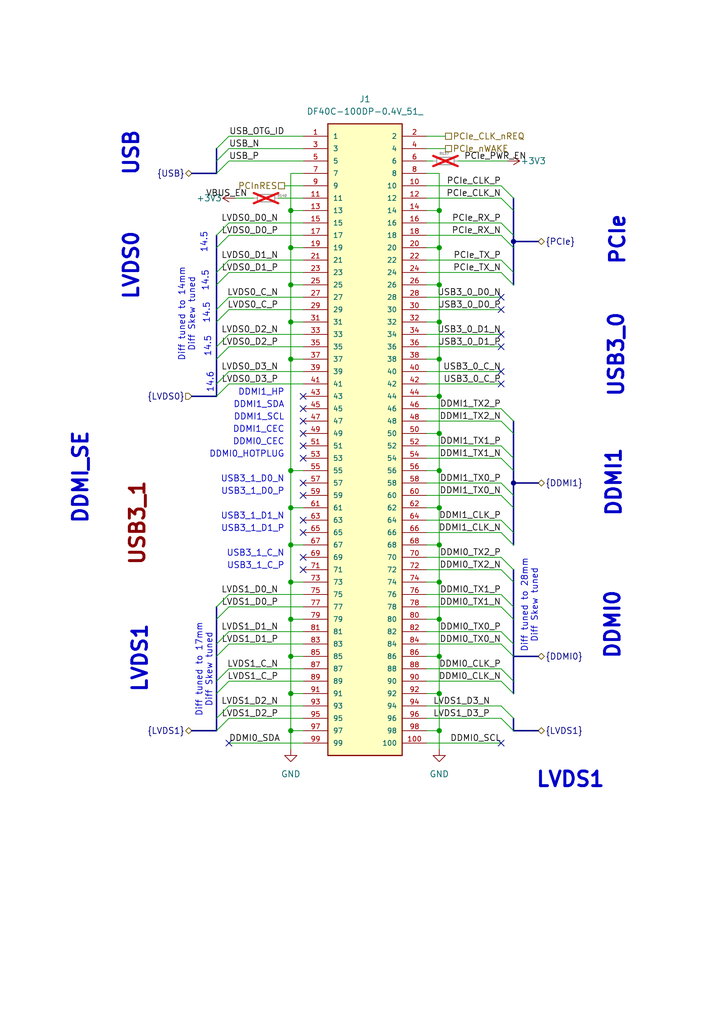
<source format=kicad_sch>
(kicad_sch (version 20250114) (generator "eeschema") (generator_version "9.0")
  (paper "A5" portrait)
  (title_block (title "${project_name}") (date "2025-06-24") (rev "${project_version}") (company "${project_creator}") (comment 1 "${project_license}"))
  (lib_symbols
    (symbol "+3V3_4" (power) (pin_numbers (hide yes)) (pin_names (offset 0) (hide yes))
      (property "Value" "+3V3" (at 0 3.556 0))
      (symbol "+3V3_4_0_1"
        (polyline (pts (xy -0.762 1.27) (xy 0 2.54)))
        (polyline (pts (xy 0 2.54) (xy 0.762 1.27)))
        (polyline (pts (xy 0 0) (xy 0 2.54)))
      )
      (symbol "+3V3_4_1_1"
        (pin power_in line (at 0 0 90) (length 0) (name "~") (number "1"))
      )
    )
    (symbol "DF40C-100DP-0.4V_51_:DF40C-100DP-0.4V_51_" (pin_names (offset 1.016))
      (property "Reference" "J" (at -7.62 64.262 0))
      (property "Value" "DF40C-100DP-0.4V_51_" (at -11.43 -67.31 0))
      (symbol "DF40C-100DP-0.4V_51__0_0"
        (rectangle (start -7.62 63.5) (end 7.62 -66.04) (stroke (width 0.254)) (fill (type background)))
        (pin passive line (at -12.7 60.96 0) (length 5.08) (name "1") (number "1"))
        (pin passive line (at -12.7 58.42 0) (length 5.08) (name "3") (number "3"))
        (pin passive line (at -12.7 55.88 0) (length 5.08) (name "5") (number "5"))
        (pin passive line (at -12.7 53.34 0) (length 5.08) (name "7") (number "7"))
        (pin passive line (at -12.7 50.8 0) (length 5.08) (name "9") (number "9"))
        (pin passive line (at -12.7 48.26 0) (length 5.08) (name "11") (number "11"))
        (pin passive line (at -12.7 45.72 0) (length 5.08) (name "13") (number "13"))
        (pin passive line (at -12.7 43.18 0) (length 5.08) (name "15") (number "15"))
        (pin passive line (at -12.7 40.64 0) (length 5.08) (name "17") (number "17"))
        (pin passive line (at -12.7 38.1 0) (length 5.08) (name "19") (number "19"))
        (pin passive line (at -12.7 35.56 0) (length 5.08) (name "21") (number "21"))
        (pin passive line (at -12.7 33.02 0) (length 5.08) (name "23") (number "23"))
        (pin passive line (at -12.7 30.48 0) (length 5.08) (name "25") (number "25"))
        (pin passive line (at -12.7 27.94 0) (length 5.08) (name "27") (number "27"))
        (pin passive line (at -12.7 25.4 0) (length 5.08) (name "29") (number "29"))
        (pin passive line (at -12.7 22.86 0) (length 5.08) (name "31") (number "31"))
        (pin passive line (at -12.7 20.32 0) (length 5.08) (name "33") (number "33"))
        (pin passive line (at -12.7 17.78 0) (length 5.08) (name "35") (number "35"))
        (pin passive line (at -12.7 15.24 0) (length 5.08) (name "37") (number "37"))
        (pin passive line (at -12.7 12.7 0) (length 5.08) (name "39") (number "39"))
        (pin passive line (at -12.7 10.16 0) (length 5.08) (name "41") (number "41"))
        (pin passive line (at -12.7 7.62 0) (length 5.08) (name "43") (number "43"))
        (pin passive line (at -12.7 5.08 0) (length 5.08) (name "45") (number "45"))
        (pin passive line (at -12.7 2.54 0) (length 5.08) (name "47") (number "47"))
        (pin passive line (at -12.7 0 0) (length 5.08) (name "49") (number "49"))
        (pin passive line (at -12.7 -2.54 0) (length 5.08) (name "51") (number "51"))
        (pin passive line (at -12.7 -5.08 0) (length 5.08) (name "53") (number "53"))
        (pin passive line (at -12.7 -7.62 0) (length 5.08) (name "55") (number "55"))
        (pin passive line (at -12.7 -10.16 0) (length 5.08) (name "57") (number "57"))
        (pin passive line (at -12.7 -12.7 0) (length 5.08) (name "59") (number "59"))
        (pin passive line (at -12.7 -15.24 0) (length 5.08) (name "61") (number "61"))
        (pin passive line (at -12.7 -17.78 0) (length 5.08) (name "63") (number "63"))
        (pin passive line (at -12.7 -20.32 0) (length 5.08) (name "65") (number "65"))
        (pin passive line (at -12.7 -22.86 0) (length 5.08) (name "67") (number "67"))
        (pin passive line (at -12.7 -25.4 0) (length 5.08) (name "69") (number "69"))
        (pin passive line (at -12.7 -27.94 0) (length 5.08) (name "71") (number "71"))
        (pin passive line (at -12.7 -30.48 0) (length 5.08) (name "73") (number "73"))
        (pin passive line (at -12.7 -33.02 0) (length 5.08) (name "75") (number "75"))
        (pin passive line (at -12.7 -35.56 0) (length 5.08) (name "77") (number "77"))
        (pin passive line (at -12.7 -38.1 0) (length 5.08) (name "79") (number "79"))
        (pin passive line (at -12.7 -40.64 0) (length 5.08) (name "81") (number "81"))
        (pin passive line (at -12.7 -43.18 0) (length 5.08) (name "83") (number "83"))
        (pin passive line (at -12.7 -45.72 0) (length 5.08) (name "85") (number "85"))
        (pin passive line (at -12.7 -48.26 0) (length 5.08) (name "87") (number "87"))
        (pin passive line (at -12.7 -50.8 0) (length 5.08) (name "89") (number "89"))
        (pin passive line (at -12.7 -53.34 0) (length 5.08) (name "91") (number "91"))
        (pin passive line (at -12.7 -55.88 0) (length 5.08) (name "93") (number "93"))
        (pin passive line (at -12.7 -58.42 0) (length 5.08) (name "95") (number "95"))
        (pin passive line (at -12.7 -60.96 0) (length 5.08) (name "97") (number "97"))
        (pin passive line (at -12.7 -63.5 0) (length 5.08) (name "99") (number "99"))
        (pin passive line (at 12.7 60.96 180) (length 5.08) (name "2") (number "2"))
        (pin passive line (at 12.7 58.42 180) (length 5.08) (name "4") (number "4"))
        (pin passive line (at 12.7 55.88 180) (length 5.08) (name "6") (number "6"))
        (pin passive line (at 12.7 53.34 180) (length 5.08) (name "8") (number "8"))
        (pin passive line (at 12.7 50.8 180) (length 5.08) (name "10") (number "10"))
        (pin passive line (at 12.7 48.26 180) (length 5.08) (name "12") (number "12"))
        (pin passive line (at 12.7 45.72 180) (length 5.08) (name "14") (number "14"))
        (pin passive line (at 12.7 43.18 180) (length 5.08) (name "16") (number "16"))
        (pin passive line (at 12.7 40.64 180) (length 5.08) (name "18") (number "18"))
        (pin passive line (at 12.7 38.1 180) (length 5.08) (name "20") (number "20"))
        (pin passive line (at 12.7 35.56 180) (length 5.08) (name "22") (number "22"))
        (pin passive line (at 12.7 33.02 180) (length 5.08) (name "24") (number "24"))
        (pin passive line (at 12.7 30.48 180) (length 5.08) (name "26") (number "26"))
        (pin passive line (at 12.7 27.94 180) (length 5.08) (name "28") (number "28"))
        (pin passive line (at 12.7 25.4 180) (length 5.08) (name "30") (number "30"))
        (pin passive line (at 12.7 22.86 180) (length 5.08) (name "32") (number "32"))
        (pin passive line (at 12.7 20.32 180) (length 5.08) (name "34") (number "34"))
        (pin passive line (at 12.7 17.78 180) (length 5.08) (name "36") (number "36"))
        (pin passive line (at 12.7 15.24 180) (length 5.08) (name "38") (number "38"))
        (pin passive line (at 12.7 12.7 180) (length 5.08) (name "40") (number "40"))
        (pin passive line (at 12.7 10.16 180) (length 5.08) (name "42") (number "42"))
        (pin passive line (at 12.7 7.62 180) (length 5.08) (name "44") (number "44"))
        (pin passive line (at 12.7 5.08 180) (length 5.08) (name "46") (number "46"))
        (pin passive line (at 12.7 2.54 180) (length 5.08) (name "48") (number "48"))
        (pin passive line (at 12.7 0 180) (length 5.08) (name "50") (number "50"))
        (pin passive line (at 12.7 -2.54 180) (length 5.08) (name "52") (number "52"))
        (pin passive line (at 12.7 -5.08 180) (length 5.08) (name "54") (number "54"))
        (pin passive line (at 12.7 -7.62 180) (length 5.08) (name "56") (number "56"))
        (pin passive line (at 12.7 -10.16 180) (length 5.08) (name "58") (number "58"))
        (pin passive line (at 12.7 -12.7 180) (length 5.08) (name "60") (number "60"))
        (pin passive line (at 12.7 -15.24 180) (length 5.08) (name "62") (number "62"))
        (pin passive line (at 12.7 -17.78 180) (length 5.08) (name "64") (number "64"))
        (pin passive line (at 12.7 -20.32 180) (length 5.08) (name "66") (number "66"))
        (pin passive line (at 12.7 -22.86 180) (length 5.08) (name "68") (number "68"))
        (pin passive line (at 12.7 -25.4 180) (length 5.08) (name "70") (number "70"))
        (pin passive line (at 12.7 -27.94 180) (length 5.08) (name "72") (number "72"))
        (pin passive line (at 12.7 -30.48 180) (length 5.08) (name "74") (number "74"))
        (pin passive line (at 12.7 -33.02 180) (length 5.08) (name "76") (number "76"))
        (pin passive line (at 12.7 -35.56 180) (length 5.08) (name "78") (number "78"))
        (pin passive line (at 12.7 -38.1 180) (length 5.08) (name "80") (number "80"))
        (pin passive line (at 12.7 -40.64 180) (length 5.08) (name "82") (number "82"))
        (pin passive line (at 12.7 -43.18 180) (length 5.08) (name "84") (number "84"))
        (pin passive line (at 12.7 -45.72 180) (length 5.08) (name "86") (number "86"))
        (pin passive line (at 12.7 -48.26 180) (length 5.08) (name "88") (number "88"))
        (pin passive line (at 12.7 -50.8 180) (length 5.08) (name "90") (number "90"))
        (pin passive line (at 12.7 -53.34 180) (length 5.08) (name "92") (number "92"))
        (pin passive line (at 12.7 -55.88 180) (length 5.08) (name "94") (number "94"))
        (pin passive line (at 12.7 -58.42 180) (length 5.08) (name "96") (number "96"))
        (pin passive line (at 12.7 -60.96 180) (length 5.08) (name "98") (number "98"))
        (pin passive line (at 12.7 -63.5 180) (length 5.08) (name "100") (number "100"))
      )
    )
    (symbol "Device:R_Small" (pin_numbers (hide yes)) (pin_names (offset 0.254) (hide yes))
      (property "Reference" "R" (at 0 0 90))
      (property "Value" "R_Small" (at 1.778 0 90))
      (symbol "R_Small_0_1"
        (rectangle (start -0.762 1.778) (end 0.762 -1.778) (stroke (width 0.2032)))
      )
      (symbol "R_Small_1_1"
        (pin passive line (at 0 2.54 270) (length 0.762) (name "~") (number "1"))
        (pin passive line (at 0 -2.54 90) (length 0.762) (name "~") (number "2"))
      )
    )
    (symbol "power:GND" (power) (pin_numbers (hide yes)) (pin_names (offset 0) (hide yes))
      (property "Value" "GND" (at 0 -3.81 0))
      (symbol "GND_0_1"
        (polyline (pts (xy 0 0) (xy 0 -1.27) (xy 1.27 -1.27) (xy 0 -2.54) (xy -1.27 -1.27) (xy 0 -1.27)))
      )
      (symbol "GND_1_1"
        (pin power_in line (at 0 0 270) (length 0) (name "~") (number "1"))
      )
    )
  )
  (bus_alias "LVDS0" (members "LVDS0_D0_P" "LVDS0_D0_N" "LVDS0_D1_P" "LVDS0_D1_N" "LVDS0_D2_P" "LVDS0_D2_N" "LVDS0_C_P" "LVDS0_C_N" "LVDS0_D3_P" "LVDS0_D3_N"))
  (bus_alias "LVDS1" (members "LVDS1_D0_P" "LVDS1_D0_N" "LVDS1_D1_P" "LVDS1_D1_N" "LVDS1_D2_P" "LVDS1_D2_N" "LVDS1_D3_P" "LVDS1_D3_N" "LVDS1_C_P" "LVDS1_C_N"))
  (bus_alias "PCIe" (members "PCIe_CLK_P" "PCIe_CLK_N" "PCIe_TX_P" "PCIe_TX_N" "PCIe_RX_P" "PCIe_RX_N"))
  (bus_alias "USB" (members "USB_N" "USB_P" "USB_OTG_ID"))
  (text "USB3_0" (at 126.492 72.898 90) (effects (font (size 3 3) (thickness 0.6) (bold yes))))
  (text "USB3_1_D1_N" (at 58.42 106.68 0) (effects (font (size 1.27 1.27)) (justify right bottom)))
  (text "USB3_1_D0_N" (at 58.42 99.06 0) (effects (font (size 1.27 1.27)) (justify right bottom)))
  (text "LVDS0" (at 26.924 54.61 90) (effects (font (size 3 3) (thickness 0.6) (bold yes))))
  (text "Diff tuned to 14mm\nDiff Skew tuned\n" (at 38.354 64.516 90) (effects (font (size 1.27 1.27))))
  (text "14.6" (at 43.18 78.486 90) (effects (font (size 1.27 1.27))))
  (text "14.5" (at 42.164 57.658 90) (effects (font (size 1.27 1.27))))
  (text "DDMI1_HP" (at 58.42 81.28 0) (effects (font (size 1.27 1.27)) (justify right bottom)))
  (text "DDMI0_CEC" (at 58.42 91.44 0) (effects (font (size 1.27 1.27)) (justify right bottom)))
  (text "14.5" (at 42.672 71.12 90) (effects (font (size 1.27 1.27))))
  (text "DDMI1" (at 125.984 99.06 90) (effects (font (size 3 3) (thickness 0.6) (bold yes))))
  (text "PCIe" (at 126.746 49.276 90) (effects (font (size 3 3) (thickness 0.6) (bold yes))))
  (text "DDMI1_CEC" (at 58.42 88.9 0) (effects (font (size 1.27 1.27)) (justify right bottom)))
  (text "DDMI0" (at 125.73 128.27 90) (effects (font (size 3 3) (thickness 0.6) (bold yes))))
  (text "14.5" (at 42.418 64.262 90) (effects (font (size 1.27 1.27))))
  (text "USB3_1_D1_P" (at 58.42 109.22 0) (effects (font (size 1.27 1.27)) (justify right bottom)))
  (text "LVDS1" (at 28.702 135.128 90) (effects (font (size 3 3) (thickness 0.6) (bold yes))))
  (text "DDMI1_SCL" (at 58.42 86.36 0) (effects (font (size 1.27 1.27)) (justify right bottom)))
  (text "USB3_1_D0_P" (at 58.42 101.6 0) (effects (font (size 1.27 1.27)) (justify right bottom)))
  (text "USB3_1" (at 28.194 107.442 90) (effects (font (size 3 3) (thickness 0.6) (bold yes))))
  (text "14.5" (at 41.91 49.784 90) (effects (font (size 1.27 1.27))))
  (text "Diff tuned to 17mm\nDiff Skew tuned\n" (at 41.91 137.414 90) (effects (font (size 1.27 1.27))))
  (text "LVDS1" (at 117.094 160.02 0) (effects (font (size 3 3) (thickness 0.6) (bold yes))))
  (text "USB3_1_C_N" (at 58.42 114.3 0) (effects (font (size 1.27 1.27)) (justify right bottom)))
  (text "DDMI0_HOTPLUG" (at 58.42 93.98 0) (effects (font (size 1.27 1.27)) (justify right bottom)))
  (text "Diff tuned to 28mm\nDiff Skew tuned\n" (at 108.712 124.206 90) (effects (font (size 1.27 1.27))))
  (text "USB3_1_C_P" (at 58.42 116.84 0) (effects (font (size 1.27 1.27)) (justify right bottom)))
  (text "DDMI_SE" (at 16.51 98.044 90) (effects (font (size 3 3) (thickness 0.6) (bold yes))))
  (text "DDMI1_SDA" (at 58.42 83.82 0) (effects (font (size 1.27 1.27)) (justify right bottom)))
  (text "USB" (at 26.924 31.496 90) (effects (font (size 3 3) (thickness 0.6) (bold yes))))
  (junction (at 90.17 43.18))
  (junction (at 90.17 134.62))
  (junction (at 90.17 66.04))
  (junction (at 59.69 127))
  (junction (at 59.69 119.38))
  (junction (at 59.69 96.52))
  (junction (at 90.17 73.66))
  (junction (at 59.69 111.76))
  (junction (at 59.69 142.24))
  (junction (at 59.69 66.04))
  (junction (at 90.17 104.14))
  (junction (at 90.17 96.52))
  (junction (at 59.69 149.86))
  (junction (at 59.69 43.18))
  (junction (at 59.69 73.66))
  (junction (at 90.17 149.86))
  (junction (at 105.41 49.53))
  (junction (at 90.17 58.42))
  (junction (at 90.17 111.76))
  (junction (at 90.17 119.38))
  (junction (at 59.69 104.14))
  (junction (at 59.69 58.42))
  (junction (at 90.17 142.24))
  (junction (at 90.17 81.28))
  (junction (at 90.17 127))
  (junction (at 59.69 134.62))
  (junction (at 59.69 50.8))
  (junction (at 90.17 50.8))
  (junction (at 90.17 88.9))
  (junction (at 105.41 99.06))
  (no_connect (at 62.23 114.3))
  (no_connect (at 102.87 68.58))
  (no_connect (at 102.87 76.2))
  (no_connect (at 62.23 101.6))
  (no_connect (at 62.23 99.06))
  (no_connect (at 102.87 78.74))
  (no_connect (at 62.23 106.68))
  (no_connect (at 102.87 71.12))
  (no_connect (at 102.87 60.96))
  (no_connect (at 46.99 152.4))
  (no_connect (at 62.23 81.28))
  (no_connect (at 62.23 86.36))
  (no_connect (at 62.23 88.9))
  (no_connect (at 62.23 83.82))
  (no_connect (at 102.87 152.4))
  (no_connect (at 62.23 116.84))
  (no_connect (at 62.23 109.22))
  (no_connect (at 62.23 93.98))
  (no_connect (at 62.23 91.44))
  (no_connect (at 102.87 63.5))
  (bus_entry (at 102.87 93.98) (size 2.54 2.54))
  (bus_entry (at 46.99 147.32) (size -2.54 2.54))
  (bus_entry (at 102.87 124.46) (size 2.54 2.54))
  (bus_entry (at 102.87 139.7) (size 2.54 2.54))
  (bus_entry (at 102.87 137.16) (size 2.54 2.54))
  (bus_entry (at 44.45 48.26) (size 2.54 -2.54))
  (bus_entry (at 44.45 50.8) (size 2.54 -2.54))
  (bus_entry (at 102.87 106.68) (size 2.54 2.54))
  (bus_entry (at 102.87 91.44) (size 2.54 2.54))
  (bus_entry (at 44.45 63.5) (size 2.54 -2.54))
  (bus_entry (at 102.87 132.08) (size 2.54 2.54))
  (bus_entry (at 46.99 30.48) (size -2.54 2.54))
  (bus_entry (at 44.45 124.46) (size 2.54 -2.54))
  (bus_entry (at 46.99 144.78) (size -2.54 2.54))
  (bus_entry (at 102.87 48.26) (size 2.54 2.54))
  (bus_entry (at 102.87 55.88) (size 2.54 2.54))
  (bus_entry (at 102.87 116.84) (size 2.54 2.54))
  (bus_entry (at 44.45 134.62) (size 2.54 -2.54))
  (bus_entry (at 102.87 53.34) (size 2.54 2.54))
  (bus_entry (at 102.87 121.92) (size 2.54 2.54))
  (bus_entry (at 102.87 83.82) (size 2.54 2.54))
  (bus_entry (at 102.87 109.22) (size 2.54 2.54))
  (bus_entry (at 44.45 127) (size 2.54 -2.54))
  (bus_entry (at 102.87 99.06) (size 2.54 2.54))
  (bus_entry (at 44.45 142.24) (size 2.54 -2.54))
  (bus_entry (at 44.45 55.88) (size 2.54 -2.54))
  (bus_entry (at 102.87 114.3) (size 2.54 2.54))
  (bus_entry (at 102.87 86.36) (size 2.54 2.54))
  (bus_entry (at 44.45 81.28) (size 2.54 -2.54))
  (bus_entry (at 44.45 30.48) (size 2.54 -2.54))
  (bus_entry (at 102.87 45.72) (size 2.54 2.54))
  (bus_entry (at 44.45 71.12) (size 2.54 -2.54))
  (bus_entry (at 44.45 132.08) (size 2.54 -2.54))
  (bus_entry (at 44.45 66.04) (size 2.54 -2.54))
  (bus_entry (at 46.99 33.02) (size -2.54 2.54))
  (bus_entry (at 102.87 38.1) (size 2.54 2.54))
  (bus_entry (at 44.45 139.7) (size 2.54 -2.54))
  (bus_entry (at 102.87 40.64) (size 2.54 2.54))
  (bus_entry (at 102.87 144.78) (size 2.54 2.54))
  (bus_entry (at 44.45 58.42) (size 2.54 -2.54))
  (bus_entry (at 102.87 147.32) (size 2.54 2.54))
  (bus_entry (at 102.87 129.54) (size 2.54 2.54))
  (bus_entry (at 44.45 73.66) (size 2.54 -2.54))
  (bus_entry (at 102.87 101.6) (size 2.54 2.54))
  (bus_entry (at 44.45 78.74) (size 2.54 -2.54))
  (wire (pts (xy 93.98 33.02) (xy 104.14 33.02)))
  (bus (pts (xy 44.45 132.08) (xy 44.45 134.62)))
  (wire (pts (xy 48.26 40.64) (xy 52.07 40.64)))
  (wire (pts (xy 87.63 111.76) (xy 90.17 111.76)))
  (wire (pts (xy 59.69 149.86) (xy 62.23 149.86)))
  (bus (pts (xy 105.41 49.53) (xy 110.49 49.53)))
  (wire (pts (xy 46.99 71.12) (xy 62.23 71.12)))
  (wire (pts (xy 46.99 132.08) (xy 62.23 132.08)))
  (bus (pts (xy 105.41 116.84) (xy 105.41 119.38)))
  (bus (pts (xy 44.45 147.32) (xy 44.45 149.86)))
  (wire (pts (xy 87.63 71.12) (xy 102.87 71.12)))
  (bus (pts (xy 44.45 30.48) (xy 44.45 33.02)))
  (wire (pts (xy 90.17 96.52) (xy 90.17 104.14)))
  (wire (pts (xy 90.17 81.28) (xy 90.17 88.9)))
  (wire (pts (xy 59.69 73.66) (xy 59.69 96.52)))
  (wire (pts (xy 46.99 30.48) (xy 62.23 30.48)))
  (wire (pts (xy 46.99 60.96) (xy 62.23 60.96)))
  (wire (pts (xy 46.99 152.4) (xy 62.23 152.4)))
  (wire (pts (xy 59.69 149.86) (xy 59.69 153.67)))
  (wire (pts (xy 87.63 114.3) (xy 102.87 114.3)))
  (bus (pts (xy 44.45 73.66) (xy 44.45 78.74)))
  (wire (pts (xy 46.99 48.26) (xy 62.23 48.26)))
  (wire (pts (xy 62.23 35.56) (xy 59.69 35.56)))
  (wire (pts (xy 59.69 43.18) (xy 59.69 50.8)))
  (wire (pts (xy 87.63 144.78) (xy 102.87 144.78)))
  (wire (pts (xy 59.69 119.38) (xy 59.69 127)))
  (wire (pts (xy 59.69 134.62) (xy 59.69 142.24)))
  (wire (pts (xy 59.69 35.56) (xy 59.69 43.18)))
  (wire (pts (xy 87.63 55.88) (xy 102.87 55.88)))
  (bus (pts (xy 44.45 58.42) (xy 44.45 63.5)))
  (wire (pts (xy 90.17 111.76) (xy 90.17 119.38)))
  (wire (pts (xy 87.63 152.4) (xy 102.87 152.4)))
  (wire (pts (xy 90.17 149.86) (xy 90.17 153.67)))
  (bus (pts (xy 44.45 71.12) (xy 44.45 73.66)))
  (bus (pts (xy 105.41 132.08) (xy 105.41 134.62)))
  (bus (pts (xy 44.45 48.26) (xy 44.45 50.8)))
  (bus (pts (xy 105.41 99.06) (xy 105.41 101.6)))
  (wire (pts (xy 46.99 76.2) (xy 62.23 76.2)))
  (bus (pts (xy 44.45 127) (xy 44.45 132.08)))
  (wire (pts (xy 46.99 55.88) (xy 62.23 55.88)))
  (wire (pts (xy 87.63 35.56) (xy 90.17 35.56)))
  (wire (pts (xy 90.17 73.66) (xy 90.17 81.28)))
  (wire (pts (xy 90.17 50.8) (xy 90.17 58.42)))
  (wire (pts (xy 87.63 106.68) (xy 102.87 106.68)))
  (wire (pts (xy 59.69 142.24) (xy 62.23 142.24)))
  (wire (pts (xy 59.69 43.18) (xy 62.23 43.18)))
  (wire (pts (xy 87.63 78.74) (xy 102.87 78.74)))
  (bus (pts (xy 105.41 134.62) (xy 105.41 139.7)))
  (bus (pts (xy 105.41 55.88) (xy 105.41 58.42)))
  (wire (pts (xy 46.99 63.5) (xy 62.23 63.5)))
  (bus (pts (xy 105.41 40.64) (xy 105.41 43.18)))
  (wire (pts (xy 90.17 66.04) (xy 90.17 73.66)))
  (wire (pts (xy 59.69 50.8) (xy 62.23 50.8)))
  (bus (pts (xy 105.41 96.52) (xy 105.41 99.06)))
  (bus (pts (xy 105.41 48.26) (xy 105.41 49.53)))
  (wire (pts (xy 87.63 149.86) (xy 90.17 149.86)))
  (wire (pts (xy 87.63 101.6) (xy 102.87 101.6)))
  (bus (pts (xy 105.41 88.9) (xy 105.41 93.98)))
  (wire (pts (xy 87.63 73.66) (xy 90.17 73.66)))
  (wire (pts (xy 87.63 91.44) (xy 102.87 91.44)))
  (wire (pts (xy 87.63 30.48) (xy 91.44 30.48)))
  (bus (pts (xy 44.45 55.88) (xy 44.45 58.42)))
  (wire (pts (xy 87.63 58.42) (xy 90.17 58.42)))
  (wire (pts (xy 59.69 50.8) (xy 59.69 58.42)))
  (wire (pts (xy 59.69 66.04) (xy 62.23 66.04)))
  (wire (pts (xy 87.63 43.18) (xy 90.17 43.18)))
  (wire (pts (xy 59.69 119.38) (xy 62.23 119.38)))
  (wire (pts (xy 46.99 129.54) (xy 62.23 129.54)))
  (wire (pts (xy 59.69 58.42) (xy 62.23 58.42)))
  (wire (pts (xy 87.63 38.1) (xy 102.87 38.1)))
  (bus (pts (xy 110.49 149.86) (xy 105.41 149.86)))
  (wire (pts (xy 59.69 142.24) (xy 59.69 149.86)))
  (wire (pts (xy 87.63 66.04) (xy 90.17 66.04)))
  (wire (pts (xy 90.17 88.9) (xy 90.17 96.52)))
  (bus (pts (xy 39.37 81.28) (xy 44.45 81.28)))
  (wire (pts (xy 87.63 109.22) (xy 102.87 109.22)))
  (bus (pts (xy 39.37 35.56) (xy 44.45 35.56)))
  (wire (pts (xy 58.42 38.1) (xy 62.23 38.1)))
  (bus (pts (xy 105.41 124.46) (xy 105.41 127)))
  (wire (pts (xy 90.17 35.56) (xy 90.17 43.18)))
  (wire (pts (xy 87.63 60.96) (xy 102.87 60.96)))
  (wire (pts (xy 46.99 33.02) (xy 62.23 33.02)))
  (bus (pts (xy 105.41 50.8) (xy 105.41 55.88)))
  (wire (pts (xy 46.99 147.32) (xy 62.23 147.32)))
  (wire (pts (xy 90.17 142.24) (xy 90.17 149.86)))
  (wire (pts (xy 46.99 124.46) (xy 62.23 124.46)))
  (wire (pts (xy 59.69 96.52) (xy 59.69 104.14)))
  (wire (pts (xy 59.69 134.62) (xy 62.23 134.62)))
  (wire (pts (xy 46.99 144.78) (xy 62.23 144.78)))
  (bus (pts (xy 44.45 134.62) (xy 44.45 139.7)))
  (wire (pts (xy 87.63 96.52) (xy 90.17 96.52)))
  (wire (pts (xy 59.69 104.14) (xy 62.23 104.14)))
  (wire (pts (xy 87.63 119.38) (xy 90.17 119.38)))
  (wire (pts (xy 46.99 137.16) (xy 62.23 137.16)))
  (wire (pts (xy 59.69 127) (xy 59.69 134.62)))
  (wire (pts (xy 87.63 50.8) (xy 90.17 50.8)))
  (wire (pts (xy 87.63 137.16) (xy 102.87 137.16)))
  (bus (pts (xy 105.41 101.6) (xy 105.41 104.14)))
  (bus (pts (xy 39.37 149.86) (xy 44.45 149.86)))
  (wire (pts (xy 46.99 27.94) (xy 62.23 27.94)))
  (wire (pts (xy 90.17 43.18) (xy 90.17 50.8)))
  (wire (pts (xy 46.99 53.34) (xy 62.23 53.34)))
  (wire (pts (xy 87.63 139.7) (xy 102.87 139.7)))
  (wire (pts (xy 46.99 121.92) (xy 62.23 121.92)))
  (bus (pts (xy 105.41 99.06) (xy 110.49 99.06)))
  (wire (pts (xy 90.17 58.42) (xy 90.17 66.04)))
  (bus (pts (xy 44.45 142.24) (xy 44.45 147.32)))
  (wire (pts (xy 90.17 119.38) (xy 90.17 127)))
  (wire (pts (xy 59.69 127) (xy 62.23 127)))
  (wire (pts (xy 87.63 129.54) (xy 102.87 129.54)))
  (bus (pts (xy 44.45 78.74) (xy 44.45 81.28)))
  (wire (pts (xy 87.63 45.72) (xy 102.87 45.72)))
  (bus (pts (xy 44.45 50.8) (xy 44.45 55.88)))
  (wire (pts (xy 59.69 96.52) (xy 62.23 96.52)))
  (wire (pts (xy 87.63 76.2) (xy 102.87 76.2)))
  (wire (pts (xy 87.63 121.92) (xy 102.87 121.92)))
  (bus (pts (xy 105.41 86.36) (xy 105.41 88.9)))
  (wire (pts (xy 87.63 142.24) (xy 90.17 142.24)))
  (wire (pts (xy 87.63 40.64) (xy 102.87 40.64)))
  (wire (pts (xy 87.63 147.32) (xy 102.87 147.32)))
  (wire (pts (xy 87.63 99.06) (xy 102.87 99.06)))
  (wire (pts (xy 87.63 27.94) (xy 91.44 27.94)))
  (bus (pts (xy 105.41 147.32) (xy 105.41 149.86)))
  (wire (pts (xy 87.63 88.9) (xy 90.17 88.9)))
  (wire (pts (xy 87.63 63.5) (xy 102.87 63.5)))
  (wire (pts (xy 59.69 66.04) (xy 59.69 73.66)))
  (wire (pts (xy 57.15 40.64) (xy 62.23 40.64)))
  (wire (pts (xy 46.99 78.74) (xy 62.23 78.74)))
  (wire (pts (xy 87.63 33.02) (xy 88.9 33.02)))
  (wire (pts (xy 87.63 53.34) (xy 102.87 53.34)))
  (bus (pts (xy 105.41 43.18) (xy 105.41 48.26)))
  (wire (pts (xy 87.63 68.58) (xy 102.87 68.58)))
  (wire (pts (xy 87.63 81.28) (xy 90.17 81.28)))
  (wire (pts (xy 46.99 45.72) (xy 62.23 45.72)))
  (wire (pts (xy 87.63 134.62) (xy 90.17 134.62)))
  (bus (pts (xy 105.41 134.62) (xy 110.49 134.62)))
  (bus (pts (xy 105.41 49.53) (xy 105.41 50.8)))
  (wire (pts (xy 59.69 104.14) (xy 59.69 111.76)))
  (wire (pts (xy 90.17 104.14) (xy 90.17 111.76)))
  (wire (pts (xy 87.63 83.82) (xy 102.87 83.82)))
  (wire (pts (xy 90.17 127) (xy 90.17 134.62)))
  (bus (pts (xy 44.45 139.7) (xy 44.45 142.24)))
  (bus (pts (xy 105.41 104.14) (xy 105.41 109.22)))
  (wire (pts (xy 87.63 93.98) (xy 102.87 93.98)))
  (wire (pts (xy 87.63 127) (xy 90.17 127)))
  (bus (pts (xy 44.45 33.02) (xy 44.45 35.56)))
  (bus (pts (xy 44.45 124.46) (xy 44.45 127)))
  (bus (pts (xy 44.45 63.5) (xy 44.45 66.04)))
  (bus (pts (xy 105.41 119.38) (xy 105.41 124.46)))
  (wire (pts (xy 59.69 58.42) (xy 59.69 66.04)))
  (bus (pts (xy 44.45 66.04) (xy 44.45 71.12)))
  (wire (pts (xy 87.63 86.36) (xy 102.87 86.36)))
  (wire (pts (xy 59.69 73.66) (xy 62.23 73.66)))
  (bus (pts (xy 105.41 127) (xy 105.41 132.08)))
  (wire (pts (xy 46.99 139.7) (xy 62.23 139.7)))
  (wire (pts (xy 87.63 48.26) (xy 102.87 48.26)))
  (bus (pts (xy 105.41 139.7) (xy 105.41 142.24)))
  (wire (pts (xy 90.17 134.62) (xy 90.17 142.24)))
  (bus (pts (xy 105.41 93.98) (xy 105.41 96.52)))
  (wire (pts (xy 46.99 68.58) (xy 62.23 68.58)))
  (wire (pts (xy 87.63 132.08) (xy 102.87 132.08)))
  (wire (pts (xy 59.69 111.76) (xy 62.23 111.76)))
  (wire (pts (xy 87.63 104.14) (xy 90.17 104.14)))
  (wire (pts (xy 59.69 111.76) (xy 59.69 119.38)))
  (bus (pts (xy 105.41 109.22) (xy 105.41 111.76)))
  (wire (pts (xy 87.63 116.84) (xy 102.87 116.84)))
  (wire (pts (xy 87.63 124.46) (xy 102.87 124.46)))
  (label "USB3_0_D0_P" (at 102.87 63.5 180))
  (label "LVDS1_D1_P" (at 57.15 132.08 180))
  (label "DDMI1_TX2_N" (at 102.87 86.36 180))
  (label "LVDS0_D0_N" (at 57.15 45.72 180))
  (label "DDMI0_TX0_N" (at 102.87 132.08 180))
  (label "DDMI1_TX2_P" (at 102.87 83.82 180))
  (label "DDMI0_TX1_N" (at 102.87 124.46 180))
  (label "LVDS1_D3_N" (at 88.9 144.78 0))
  (label "USB_P" (at 46.99 33.02 0))
  (label "PCIe_TX_N" (at 102.87 55.88 180))
  (label "LVDS1_D3_P" (at 88.9 147.32 0))
  (label "PCIe_RX_N" (at 102.87 48.26 180))
  (label "LVDS0_D2_P" (at 57.15 71.12 180))
  (label "LVDS0_D3_P" (at 57.15 78.74 180))
  (label "LVDS1_C_P" (at 57.15 139.7 180))
  (label "LVDS0_C_P" (at 57.15 63.5 180))
  (label "DDMI1_TX0_P" (at 102.87 99.06 180))
  (label "PCIe_CLK_N" (at 102.87 40.64 180))
  (label "DDMI0_TX1_P" (at 102.87 121.92 180))
  (label "LVDS0_D2_N" (at 57.15 68.58 180))
  (label "LVDS0_D0_P" (at 57.15 48.26 180))
  (label "PCIe_PWR_EN" (at 95.25 33.02 0))
  (label "LVDS1_D0_P" (at 57.15 124.46 180))
  (label "DDMI1_TX0_N" (at 102.87 101.6 180))
  (label "DDMI1_TX1_P" (at 102.87 91.44 180))
  (label "LVDS1_D0_N" (at 57.15 121.92 180))
  (label "LVDS0_C_N" (at 57.15 60.96 180))
  (label "DDMI0_CLK_N" (at 102.87 139.7 180))
  (label "USB_OTG_ID" (at 58.42 27.94 180))
  (label "LVDS1_D2_P" (at 57.15 147.32 180))
  (label "LVDS0_D1_P" (at 57.15 55.88 180))
  (label "PCIe_RX_P" (at 102.87 45.72 180))
  (label "DDMI1_CLK_P" (at 102.87 106.68 180))
  (label "LVDS0_D1_N" (at 57.15 53.34 180))
  (label "LVDS1_D2_N" (at 57.15 144.78 180))
  (label "USB3_0_D1_P" (at 102.87 71.12 180))
  (label "USB3_0_C_N" (at 102.87 76.2 180))
  (label "LVDS1_D1_N" (at 57.15 129.54 180))
  (label "DDMI1_TX1_N" (at 102.87 93.98 180))
  (label "DDMI1_CLK_N" (at 102.87 109.22 180))
  (label "LVDS1_C_N" (at 57.15 137.16 180))
  (label "USB3_0_D1_N" (at 102.87 68.58 180))
  (label "DDMI0_TX2_N" (at 102.87 116.84 180))
  (label "PCIe_CLK_P" (at 102.87 38.1 180))
  (label "VBUS_EN" (at 50.8 40.64 180))
  (label "LVDS0_D3_N" (at 57.15 76.2 180))
  (label "USB3_0_C_P" (at 102.87 78.74 180))
  (label "DDMI0_SCL" (at 102.87 152.4 180))
  (label "DDMI0_TX2_P" (at 102.87 114.3 180))
  (label "DDMI0_SDA" (at 46.99 152.4 0))
  (label "DDMI0_CLK_P" (at 102.87 137.16 180))
  (label "USB3_0_D0_N" (at 102.87 60.96 180))
  (label "USB_N" (at 46.99 30.48 0))
  (label "DDMI0_TX0_P" (at 102.87 129.54 180))
  (label "PCIe_TX_P" (at 102.87 53.34 180))
  (hierarchical_label "PCIe_nWAKE" (shape passive) (at 91.44 30.48 0))
  (hierarchical_label "{LVDS1}" (shape bidirectional) (at 110.49 149.86 0))
  (hierarchical_label "{PCIe}" (shape bidirectional) (at 110.49 49.53 0))
  (hierarchical_label "PCInRES" (shape passive) (at 58.42 38.1 180))
  (hierarchical_label "{DDMI1}" (shape bidirectional) (at 110.49 99.06 0))
  (hierarchical_label "{DDMI0}" (shape bidirectional) (at 110.49 134.62 0))
  (hierarchical_label "{LVDS1}" (shape bidirectional) (at 39.37 149.86 180))
  (hierarchical_label "PCIe_CLK_nREQ" (shape passive) (at 91.44 27.94 0))
  (hierarchical_label "{USB}" (shape bidirectional) (at 39.37 35.56 180))
  (hierarchical_label "{LVDS0}" (shape input) (at 39.37 81.28 180))
  (symbol (lib_id "DF40C-100DP-0.4V_51_:DF40C-100DP-0.4V_51_") (at 74.93 88.9 0) (unit 1)
    (property "Reference" "J1" (at 74.93 20.32 0))
    (property "Value" "DF40C-100DP-0.4V_51_" (at 74.93 22.86 0))
    (property "Footprint" "ulx5m-gs:HRS_DF40C-100DP-0.4V_51_" (effects (hide yes)))
    (property "MP" "DF40C-100DP-0.4V(51)" (effects (hide yes)))
  )
  (symbol (lib_name "+3V3_4") (lib_id "power:+3V3") (at 104.14 33.02 270) (unit 1)
    (property "Reference" "#PWR052" (effects (hide yes)))
    (property "Value" "+3V3" (at 109.474 33.02 90))
    (property "Description" "Power symbol creates a global label with name \"+3V3\"" (effects (hide yes)))
  )
  (symbol (lib_name "+3V3_4") (lib_id "power:+3V3") (at 48.26 40.64 90) (unit 1)
    (property "Reference" "#PWR051" (effects (hide yes)))
    (property "Value" "+3V3" (at 42.926 40.64 90))
    (property "Description" "Power symbol creates a global label with name \"+3V3\"" (effects (hide yes)))
  )
  (symbol (lib_id "Device:R_Small") (at 54.61 40.64 90) (unit 1) (exclude_from_sim yes) (in_bom no) (on_board no) (dnp yes)
    (property "Reference" "R140" (at 57.912 40.132 90) (effects (font (size 0.5 0.5))))
    (property "Value" "10k" (at 54.61 40.64 90) (effects (font (size 0.5 0.5))))
    (property "Footprint" "Resistor_SMD:R_0402_1005Metric" (effects (hide yes)))
    (property "Description" "Resistor, small symbol" (effects (hide yes)))
  )
  (symbol (lib_id "power:GND") (at 59.69 153.67 0) (unit 1)
    (property "Reference" "#PWR02" (effects (hide yes)))
    (property "Value" "GND" (at 59.69 158.75 0))
    (property "Description" "Power symbol creates a global label with name \"GND\" , ground" (effects (hide yes)))
  )
  (symbol (lib_id "Device:R_Small") (at 91.44 33.02 90) (unit 1) (in_bom no) (on_board no) (dnp yes)
    (property "Reference" "R137" (at 91.186 31.496 90) (effects (font (size 0.5 0.5))))
    (property "Value" "10k" (at 91.44 33.02 90) (effects (font (size 0.5 0.5))))
    (property "Footprint" "Resistor_SMD:R_0402_1005Metric" (effects (hide yes)))
    (property "Description" "Resistor, small symbol" (effects (hide yes)))
  )
  (symbol (lib_id "power:GND") (at 90.17 153.67 0) (unit 1)
    (property "Reference" "#PWR03" (effects (hide yes)))
    (property "Value" "GND" (at 90.17 158.75 0))
    (property "Description" "Power symbol creates a global label with name \"GND\" , ground" (effects (hide yes)))
  )
)
</source>
